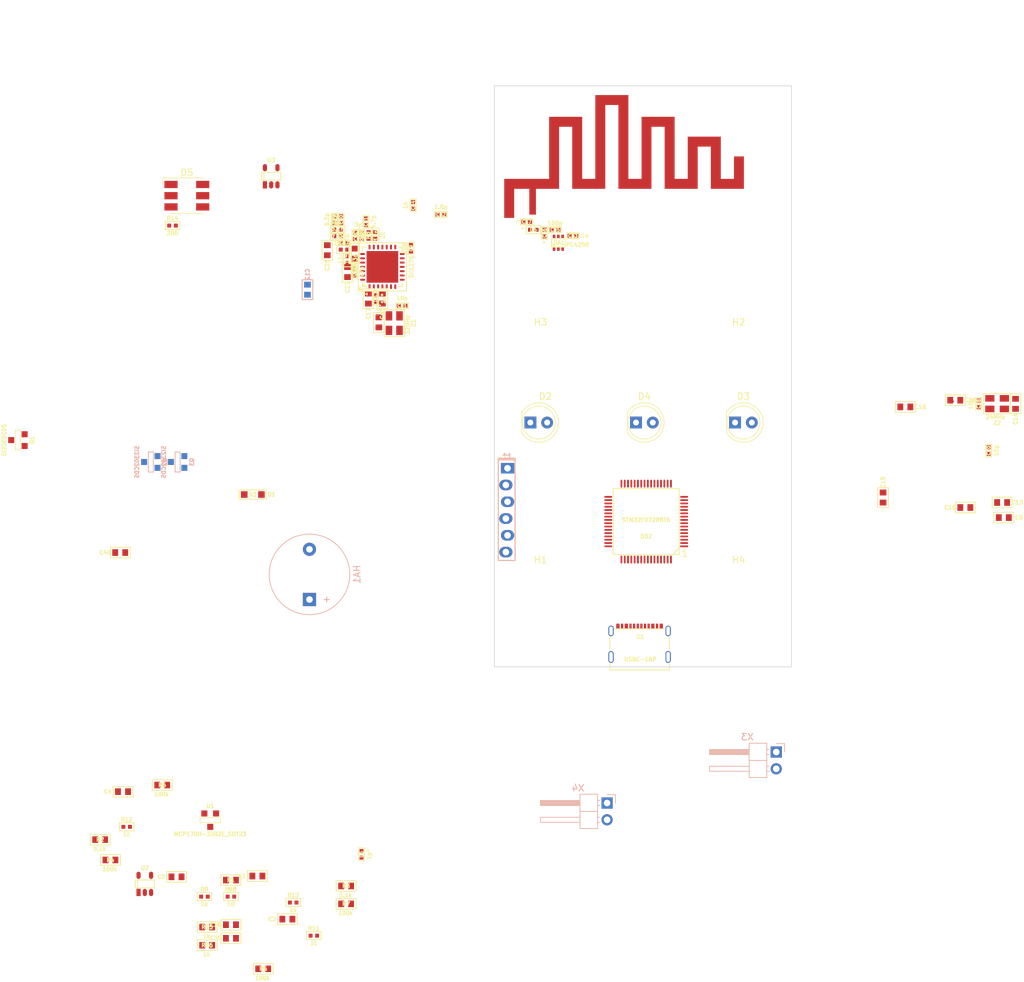
<source format=kicad_pcb>
(kicad_pcb (version 20221018) (generator pcbnew)
  (layers (0 "F.Cu" signal) (31 "B.Cu" signal) (36 "B.SilkS" user "B.Silkscreen") (37 "F.SilkS" user "F.Silkscreen") (38 "B.Mask" user) (39 "F.Mask" user) (44 "Edge.Cuts" user))
  (net 0 "")
  (net 1 "Net-(U2-+)")
  (net 2 "GND")
  (net 3 "/Unst.power")
  (net 4 "+3V3")
  (net 5 "/OSK_IN")
  (net 6 "/L.OSK_IN")
  (net 7 "/L.OSK_OUT")
  (net 8 "Net-(DD2-NRST)")
  (net 9 "/Battery")
  (net 10 "/IR_IN2")
  (net 11 "Net-(U3-+)")
  (net 12 "Net-(C5-Pad1)")
  (net 13 "Net-(D2-K)")
  (net 14 "/RX_TX")
  (net 15 "Net-(C6-Pad1)")
  (net 16 "/IR_IN1")
  (net 17 "/UART_TX")
  (net 18 "/UART_RX")
  (net 19 "/L.NSS")
  (net 20 "/L.SCK")
  (net 21 "/L.MISO")
  (net 22 "/L.MOSI")
  (net 23 "/Ant")
  (net 24 "Net-(D3-K)")
  (net 25 "Net-(DD1-VR_DIG)")
  (net 26 "Net-(DD1-VR_ANA)")
  (net 27 "Net-(DD1-VR_PA)")
  (net 28 "Net-(DD1-RFO_HF)")
  (net 29 "Net-(DA1-RF2)")
  (net 30 "Net-(DA1-RF1)")
  (net 31 "Net-(DA1-RFC)")
  (net 32 "Net-(Q1-D)")
  (net 33 "Net-(D4-K)")
  (net 34 "Net-(D5-RK)")
  (net 35 "Net-(D5-GK)")
  (net 36 "Net-(D5-BK)")
  (net 37 "/L.RESET")
  (net 39 "/OSK_OUT")
  (net 40 "/USB.D-")
  (net 41 "/USB.D+")
  (net 42 "/SWDIO")
  (net 43 "/SWCLK")
  (net 45 "Net-(C20-Pad2)")
  (net 49 "/Buzzer")
  (net 50 "/LED.R")
  (net 51 "/LED.G")
  (net 52 "/LED.B")
  (net 53 "Net-(DD1-RX{slash}TX)")
  (net 54 "Net-(DD1-RFI_HF)")
  (net 70 "Net-(C27-Pad1)")
  (net 71 "Net-(C27-Pad2)")
  (net 75 "/IR_Out")
  (net 84 "Net-(C28-Pad1)")
  (net 90 "Net-(C31-Pad2)")
  (net 92 "Net-(HA1-+)")
  (net 93 "Net-(C35-Pad2)")
  (net 94 "/USB.power")
  (net 95 "Net-(Q2-D)")
  (net 96 "Net-(Q3-D)")
  (net 97 "Net-(X1-CC1)")
  (net 98 "/L.DIO0")
  (net 99 "/L.DIO1")
  (net 100 "Net-(X1-CC2)")
  (footprint "Capacitors:CAP_0603" (layer "F.Cu") (at 197.164 120.394 180)
    (fp_text reference "C8")
    (fp_text value "100n")
  )
  (footprint "Capacitors:CAP_0402" (layer "F.Cu") (at 111.9 74.5 180)
    (fp_text reference "C32")
    (fp_text value "1.8p")
  )
  (footprint "Capacitors:CAP_0402" (layer "F.Cu") (at 99.388 78.202 180)
    (fp_text reference "C26")
    (fp_text value "1.5p")
  )
  (footprint "Inductors:IND_0402" (layer "F.Cu") (at 96.264 77.775 180)
    (fp_text reference "L4")
    (fp_text value "8.2n")
  )
  (footprint "Resistors:RES_0402" (layer "F.Cu") (at 101.956 77.65 90)
    (fp_text reference "R8")
    (fp_text value "1k")
  )
  (footprint "Resistors:RES_0603" (layer "F.Cu") (at 61.854 172.249)
    (fp_text reference "R4")
    (fp_text value "100k")
  )
  (footprint "LED_SMD:LED_RGB_5050-6" (layer "F.Cu") (at 73.43 71.64)
    (fp_text reference "D5")
    (fp_text value "LED_BRG_5050")
  )
  (footprint "Capacitors:CAP_0603" (layer "F.Cu") (at 191.335 118.87)
    (fp_text reference "C10")
    (fp_text value "100n")
  )
  (footprint "Capacitors:CAP_0603" (layer "F.Cu") (at 103.048 87.221 90)
    (fp_text reference "C15")
    (fp_text value "10u")
  )
  (footprint "Capacitors:CAP_0603" (layer "F.Cu") (at 182.25 103.63 180)
    (fp_text reference "C16")
    (fp_text value "100n")
  )
  (footprint "Capacitors:CAP_0603" (layer "F.Cu") (at 88.654 181.209)
    (fp_text reference "C3")
    (fp_text value "100n")
  )
  (footprint "Capacitors:CAP_0603" (layer "F.Cu") (at 71.864 174.805)
    (fp_text reference "C2")
    (fp_text value "100n")
  )
  (footprint "Capacitors:CAP_0402" (layer "F.Cu") (at 102.032 87.221 90)
    (fp_text reference "C6")
    (fp_text value "1p*")
  )
  (footprint "Capacitors:CAP_0402" (layer "F.Cu") (at 99.388 77.186 180)
    (fp_text reference "C28")
    (fp_text value "3p")
  )
  (footprint "Resistors:RES_0402" (layer "F.Cu") (at 89.534 178.699)
    (fp_text reference "R13")
    (fp_text value "1k")
  )
  (footprint "Capacitors:CAP_0603" (layer "F.Cu") (at 80.11 184.11)
    (fp_text reference "C39")
    (fp_text value "680p")
  )
  (footprint "Capacitors:CAP_0402" (layer "F.Cu") (at 194.878 110.247 90)
    (fp_text reference "C20")
    (fp_text value "10p")
  )
  (footprint "Resistors:RES_0603" (layer "F.Cu") (at 69.7 160.9)
    (fp_text reference "R6")
    (fp_text value "100k")
  )
  (footprint "Capacitors:CAP_0402" (layer "F.Cu") (at 107.7 73.1 -90)
    (fp_text reference "C34")
    (fp_text value "1n")
  )
  (footprint "Capacitors:CAP_0402" (layer "F.Cu") (at 97.229 78.791 180)
    (fp_text reference "C27")
    (fp_text value "33p")
  )
  (footprint "Capacitors:CAP_0402" (layer "F.Cu") (at 99.885 171.399 90)
    (fp_text reference "C5")
    (fp_text value "1p*")
  )
  (footprint "Capacitors:CAP_0603" (layer "F.Cu") (at 178.876 117.359 -90)
    (fp_text reference "C19")
    (fp_text value "100n")
  )
  (footprint "Resistors:RES_0402" (layer "F.Cu") (at 76.094 177.805)
    (fp_text reference "R9")
    (fp_text value "1k")
  )
  (footprint "LED_THT:LED_D5.0mm" (layer "F.Cu") (at 125.46 106)
    (fp_text reference "D2")
    (fp_text value "BL-L515")
  )
  (footprint "Inductors:IND_0402" (layer "F.Cu") (at 97.765 81.308 90)
    (fp_text reference "L1")
    (fp_text value "33n")
  )
  (footprint "MountingHole:MountingHole_3.2mm_M3" (layer "F.Cu") (at 157 95)
    (fp_text reference "H2")
    (fp_text value "M3 MountingHole")
  )
  (footprint "Capacitors:CAP_0603" (layer "F.Cu") (at 63.338 125.69)
    (fp_text reference "C40")
    (fp_text value "100n")
  )
  (footprint "Capacitors:CAP_0603" (layer "F.Cu") (at 189.811 102.614 180)
    (fp_text reference "C21")
    (fp_text value "100n")
  )
  (footprint "Diodes:SOD323" (layer "F.Cu") (at 83.425 116.9)
    (fp_text reference "D1")
    (fp_text value "PMEG3010BEA")
  )
  (footprint "Connectors:USBC_10PF-074" (layer "F.Cu") (at 142 137.5625)
    (fp_text reference "X1")
    (fp_text value "USBC-16P")
  )
  (footprint "Quartz:03225C4" (layer "F.Cu") (at 196.148 103.135 180)
    (fp_text reference "Z2")
    (fp_text value "24MHz")
  )
  (footprint "Capacitors:CAP_0603" (layer "F.Cu") (at 196.91 118.108 180)
    (fp_text reference "C13")
    (fp_text value "100n")
  )
  (footprint "Capacitors:CAP_0603" (layer "F.Cu") (at 198.942 103.163 90)
    (fp_text reference "C14")
    (fp_text value "100n")
  )
  (footprint "SOT:SOT23-3" (layer "F.Cu") (at 47.844 108.659 -90)
    (fp_text reference "Q1")
    (fp_text value "SI2302CDS")
  )
  (footprint "Resistors:RES_0402" (layer "F.Cu") (at 80.104 177.805)
    (fp_text reference "R10")
    (fp_text value "10")
  )
  (footprint "Capacitors:CAP_0402" (layer "F.Cu") (at 131.9 77.7)
    (fp_text reference "C33")
    (fp_text value "1n")
  )
  (footprint "MountingHole:MountingHole_3.2mm_M3" (layer "F.Cu") (at 157 131)
    (fp_text reference "H4")
    (fp_text value "M3 MountingHole")
  )
  (footprint "Capacitors:CAP_0402" (layer "F.Cu") (at 129.2 76.8 180)
    (fp_text reference "C35")
    (fp_text value "100p")
  )
  (footprint "Capacitors:CAP_0402" (layer "F.Cu") (at 100.559 75.588 90)
    (fp_text reference "C31")
    (fp_text value "4.7p")
  )
  (footprint "MountingHole:MountingHole_3.2mm_M3" (layer "F.Cu") (at 127 95)
    (fp_text reference "H3")
    (fp_text value "M3 MountingHole")
  )
  (footprint "MountingHole:MountingHole_3.2mm_M3" (layer "F.Cu") (at 127 131)
    (fp_text reference "H1")
    (fp_text value "M3 MountingHole")
  )
  (footprint "Resistors:RES_0402" (layer "F.Cu") (at 92.664 183.719)
    (fp_text reference "R11")
    (fp_text value "1k")
  )
  (footprint "Capacitors:CAP_0603" (layer "F.Cu") (at 94.7 79.9 90)
    (fp_text reference "C25")
    (fp_text value "100n")
  )
  (footprint "Capacitors:CAP_0603" (layer "F.Cu") (at 84.114 174.685)
    (fp_text reference "C1")
    (fp_text value "100n")
  )
  (footprint "Resistors:RES_0603" (layer "F.Cu") (at 84.994 188.739)
    (fp_text reference "R5")
    (fp_text value "100k")
  )
  (footprint "Inductors:IND_0402" (layer "F.Cu") (at 96.264 76.759)
    (fp_text reference "L5")
    (fp_text value "7.5n")
  )
  (footprint "Resistors:RES_0402" (layer "F.Cu") (at 71.26 76.17)
    (fp_text reference "R14")
    (fp_text value "200")
  )
  (footprint "Capacitors:CAP_0402" (layer "F.Cu") (at 106.043 88.316 180)
    (fp_text reference "C11")
    (fp_text value "10p")
  )
  (footprint "Resistors:RES_0603" (layer "F.Cu") (at 76.51 182.41)
    (fp_text reference "R15")
    (fp_text value "1k")
  )
  (footprint "Resistors:RES_0603" (layer "F.Cu") (at 60.304 169.169)
    (fp_text reference "R2")
    (fp_text value "5.1k")
  )
  (footprint "Resistors:RES_0603" (layer "F.Cu") (at 76.51 185.16)
    (fp_text reference "R16")
    (fp_text value "1k")
  )
  (footprint "Capacitors:CAP_0402" (layer "F.Cu") (at 96.795 75.263 -90)
    (fp_text reference "C30")
    (fp_text value "39p")
  )
  (footprint "Resistors:RES_0603" (layer "F.Cu") (at 80.104 175.295)
    (fp_text reference "R1")
    (fp_text value "10k")
  )
  (footprint "Capacitors:CAP_0603" (layer "F.Cu") (at 97.765 83.208 90)
    (fp_text reference "C23")
    (fp_text value "10n")
  )
  (footprint "Inductors:IND_0402" (layer "F.Cu") (at 97.234 79.807 180)
    (fp_text reference "L2")
    (fp_text value "9.1n")
  )
  (footprint "LED_THT:LED_D5.0mm" (layer "F.Cu") (at 156.46 106)
    (fp_text reference "D3")
    (fp_text value "BL-L515")
  )
  (footprint "Inductors:IND_0402" (layer "F.Cu") (at 125.9 76.8 180)
    (fp_text reference "L6")
    (fp_text value "*")
  )
  (footprint "Capacitors:CAP_0603" (layer "F.Cu") (at 100.93 87.221 90)
    (fp_text reference "C17")
    (fp_text value "100n")
  )
  (footprint "Resistors:RES_0603" (layer "F.Cu") (at 97.554 178.9)
    (fp_text reference "R7")
    (fp_text value "100k")
  )
  (footprint "Capacitors:CAP_0603" (layer "F.Cu") (at 102.515 90.828 -90)
    (fp_text reference "C7")
    (fp_text value "10u")
  )
  (footprint "SOT:SOT23-5" (layer "F.Cu") (at 67.064 175.875)
    (fp_text reference "U2")
    (fp_text value "LMV721M5")
  )
  (footprint "Capacitors:CAP_0402" (layer "F.Cu") (at 107.366 79.601 -90)
    (fp_text reference "C9")
    (fp_text value "10p")
  )
  (footprint "LED_THT:LED_D5.0mm_Clear" (layer "F.Cu") (at 141.46 106)
    (fp_text reference "D4")
    (fp_text value "TSAL6200")
  )
  (footprint "QFN_DFN:QFN-28_EP_6x6_Pitch0.65mm" (layer "F.Cu") (at 103.048 82.423 90)
    (fp_text reference "DD1")
    (fp_text value "SX1276")
  )
  (footprint "SOT:SC70" (layer "F.Cu") (at 129.7 78.775)
    (fp_text reference "DA1")
    (fp_text value "PE4259")
  )
  (footprint "Capacitors:CAP_0603" (layer "F.Cu") (at 98.781 80.414 90)
    (fp_text reference "C24")
    (fp_text value "10n")
  )
  (footprint "Capacitors:CAP_0402" (layer "F.Cu") (at 95.779 75.263 -90)
    (fp_text reference "C29")
    (fp_text value "6.2p")
  )
  (footprint "Resistors:RES_0603" (layer "F.Cu") (at 97.554 176.189)
    (fp_text reference "R3")
    (fp_text value "5.1k")
  )
  (footprint "Capacitors:CAP_0402" (layer "F.Cu") (at 127.6 77.3 -90)
    (fp_text reference "C36")
    (fp_text value "*")
  )
  (footprint "Quartz:03225C4" (layer "F.Cu") (at 104.839 90.94 -90)
    (fp_text reference "Z1")
    (fp_text value "32MHz")
  )
  (footprint "LQFP_TQFP:LQFP64" (layer "F.Cu") (at 143 121 180)
    (fp_text reference "DD2")
    (fp_text value "STM32F072R8T6")
  )
  (footprint "Capacitors:CAP_0603" (layer "F.Cu") (at 80.11 182.06)
    (fp_text reference "C38")
    (fp_text value "680p")
  )
  (footprint "Capacitors:CAP_0402" (layer "F.Cu") (at 98.781 83.208 90)
    (fp_text reference "C22")
    (fp_text value "47p")
  )
  (footprint "Inductors:IND_0402" (layer "F.Cu") (at 100.94 77.671 90)
    (fp_text reference "L3")
    (fp_text value "12n")
  )
  (footprint "SOT:SOT23-5" (layer "F.Cu") (at 86.2 68.7)
    (fp_text reference "U3")
    (fp_text value "LMV721M5")
  )
  (footprint "SOT:SOT23-3" (layer "F.Cu") (at 76.97 166.223)
    (fp_text reference "U1")
    (fp_text value "MCP1700-3302E_SOT23")
  )
  (footprint "Capacitors:CAP_0603" (layer "F.Cu") (at 63.762 161.905)
    (fp_text reference "C4")
    (fp_text value "10u")
  )
  (footprint "Capacitors:CAP_0402" (layer "F.Cu") (at 193.354 103.163 -90)
    (fp_text reference "C18")
    (fp_text value "10p")
  )
  (footprint "Resistors:RES_0402" (layer "F.Cu") (at 64.314 167.229)
    (fp_text reference "R12")
    (fp_text value "1k")
  )
  (footprint "Capacitors:CAP_0402" (layer "F.Cu") (at 124.9 75.6 180)
    (fp_text reference "C37")
    (fp_text value "*")
  )
  (footprint "Connector_PinHeader_2.54mm:PinHeader_1x02_P2.54mm_Horizontal" (layer "B.Cu") (at 162.7 155.9 180)
    (fp_text reference "X3")
    (fp_text value "HU-2/WF-2 Battery")
  )
  (footprint "Connector_PinHeader_2.54mm:PinHeader_1x02_P2.54mm_Horizontal" (layer "B.Cu") (at 137.075 163.625 180)
    (fp_text reference "X4")
    (fp_text value "HU-2/WF-2 SPST Switch")
  )
  (footprint "SOT:SOT23-3" (layer "B.Cu") (at 72.034 111.97 90)
    (fp_text reference "Q3")
    (fp_text value "SI2302CDS")
  )
  (footprint "Capacitors:CAP_0603" (layer "B.Cu") (at 91.7 85.88 -90)
    (fp_text reference "C12")
    (fp_text value "100n")
  )
  (footprint "SOT:SOT23-3" (layer "B.Cu") (at 67.97 111.97 90)
    (fp_text reference "Q2")
    (fp_text value "SI2302CDS")
  )
  (footprint "Connectors:PLS-6_LOCK" (layer "B.Cu") (at 121.873 112.92 -90)
    (fp_text reference "X2" hide)
    (fp_text value "PLS-6 LOCK" hide)
  )
  (footprint "Buzzer_Beeper:Buzzer_12x9.5RM7.6" (layer "B.Cu") (at 92 132.8 90)
    (fp_text reference "HA1")
    (fp_text value "HC0901A")
  )
  (gr_poly (pts (xy 128.3 70.6) (xy 126.3 70.6) (xy 126.3 74.5) (xy 125.3 74.5) (xy 125.3 70.6) (xy 123 70.6) (xy 123 75) (xy 121.5 75) (xy 121.5 69.1) (xy 128.3 69.1) (xy 128.3 59.7) (xy 133.3 59.7) (xy 133.3 69.1) (xy 135.3 69.1) (xy 135.3 56.4) (xy 140.3 56.4) (xy 140.3 69.1) (xy 142.3 69.1) (xy 142.3 59.7) (xy 147.3 59.7) (xy 147.3 69.1) (xy 149.3 69.1) (xy 149.3 62.7) (xy 154.3 62.7) (xy 154.3 69.1) (xy 156.3 69.1) (xy 156.3 65.7) (xy 157.8 65.7) (xy 157.8 70.6) (xy 152.8 70.6) (xy 152.8 64.2) (xy 150.8 64.2) (xy 150.8 70.6) (xy 145.8 70.6) (xy 145.8 61.2) (xy 143.8 61.2) (xy 143.8 70.6) (xy 138.8 70.6) (xy 138.8 57.9) (xy 136.8 57.9) (xy 136.8 70.6) (xy 131.8 70.6) (xy 131.8 61.2) (xy 129.8 61.2) (xy 129.8 70.6)) (stroke (width 0.01)) (fill solid) (layer "F.Cu"))
  (gr_rect (start 120 55) (end 165 143) (stroke (width 0.1)) (fill none) (layer "Edge.Cuts"))
  (segment (start 189.5 102.803) (end 189.311 102.614) (width 0.25) (layer "F.Cu") (net 4))
)
</source>
